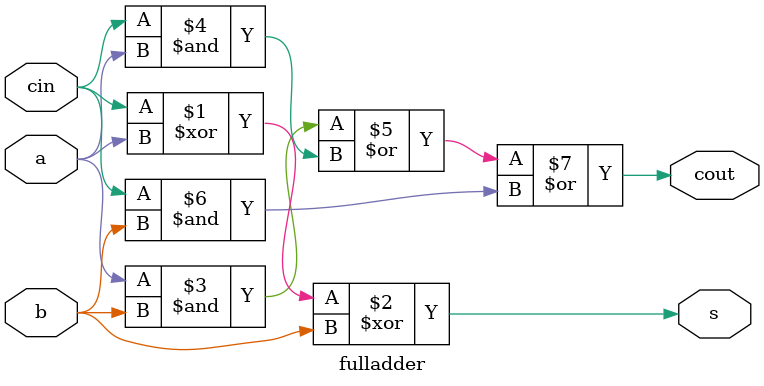
<source format=v>
module ALU_register(SW, KEY, LEDR, HEX0, HEX1, HEX2, HEX3, HEX4, HEX5);
	
	input [9:0]SW;
	input [3:0]KEY;
	
	output [7:0]LEDR;
	output [6:0]HEX0;
	output [6:0]HEX1;
	output [6:0]HEX2;
	output [6:0]HEX3;
	output [6:0]HEX4;
	output [6:0]HEX5;
	
	reg [7:0]f;
	
	wire [3:0]A, B;
	wire [2:0]s;

	reg [7:0]Q;

	assign B[3:0] =  Q[3:0];
	assign A[3:0] = SW[3:0];
	assign s[2:0] = KEY[3:1];
	assign LEDR = Q;
	
	wire c1, c2, c3, cout;
	wire w0, w1, w2, w3;
	
	fulladder M0(A[0], B[0],  0, w0, c1);
	fulladder M1(A[1], B[1], c1, w1, c2);
	fulladder M2(A[2], B[2], c2, w2, c3);
	fulladder M3(A[3], B[3], c3, w3, cout);
	
	always @(*)
	begin
		case(s)
			3'b000:
			begin
				f[0] = w0;
				f[1] = w1;
				f[2] = w2;
				f[3] = w3;
				f[4] = cout;
				f[5] = 0;
				f[6] = 0;
				f[7] = 0;
			end
			
			3'b001: f = A + B;
			
			3'b010: f = {A | B , A ^ B};	
					  
			3'b011:
			begin	
				if (A | B)
					f = 8'b00011000;
				else
					f = 8'b00000000;
			end
			
			3'b100: 
			begin
				if ((A & B) == 4'b1111)
					f = 8'b11100111;
				else
					f = 8'b00000000;
			end
			
			3'b101: f = A << B;
			
			3'b110: f = A * B;

			3'b111: f = Q;

			default: f = 8'b00000000;
			
		endcase
	end

	//register8bits B0(f, KEY[0], SW[9], Q);
	always @(posedge KEY[0])
		if(SW[9] == 0)
			Q <= 8'b00000000;
		else
			Q <= f;
	
	seg7 H0(A, HEX0);
	seg7 H4(Q[3:0], HEX4);
	seg7 H5(Q[7:4], HEX5);
	
	assign HEX1 = 7'b1000000;
	assign HEX2 = 7'b1000000;
	assign HEX3 = 7'b1000000;
	
endmodule

module register8bits(input [7:0]D, clk, resetn, output reg [7:0]Q);
	always @(posedge clk)
		if(!resetn)
			Q <= 8'b00000000;
		else
			Q <= D;
endmodule

module hex(input c3,c2,c1,c0, output f0,f1,f2,f3,f4,f5,f6);

	assign f0=(~c3&~c2&~c1&c0)|(~c3&c2&~c1&~c0)|(c3&~c2&c1&c0)|(c3&c2&~c1&c0);
	
	assign f1=(~c3&c2&~c1&c0)|(~c3&c2&c1&~c0)|(c3&~c2&c1&c0)|(c3&c2&~c1&~c0)|(c3&c2&c1&~c0)|(c3&c2&c1&c0);
	
	assign f2=(~c3&~c2&c1&~c0)|(c3&c2&~c1&~c0)|(c3&c2&c1&~c0)|(c3&c2&c1&c0);
	
	assign f3=(~c3&~c2&~c1&c0)|(~c3&c2&~c1&~c0)|(~c3&c2&c1&c0)|(c3&~c2&c1&~c0)|(c3&c2&c1&c0);
	
	assign f4=(~c3&~c2&~c1&c0)|(~c3&~c2&c1&c0)|(~c3&c2&~c1&~c0)|(~c3&c2&~c1&c0)|(~c3&c2&c1&c0)|(c3&~c2&~c1&c0);
	
	assign f5=(~c3&~c2&~c1&c0)|(~c3&~c2&c1&~c0)|(~c3&~c2&c1&c0)|(~c3&c2&c1&c0)|(c3&c2&~c1&c0);
	
	assign f6=(~c3&~c2&~c1&~c0)|(~c3&~c2&~c1&c0)|(~c3&c2&c1&c0)|(c3&c2&~c1&~c0);
	
	endmodule
	
module seg7(SW, HEX0);

	input [3:0] SW;
	output [6:0] HEX0;
	
	hex uf(.c3(SW[3]), .c2(SW[2]), .c1(SW[1]), .c0(SW[0]), .f0(HEX0[0]), .f1(HEX0[1]), .f2(HEX0[2]), .f3(HEX0[3]), .f4(HEX0[4]), .f5(HEX0[5]), .f6(HEX0[6]));
	
endmodule


module fulladder(input a,b,cin, output s,cout);

	assign s = cin ^ a ^ b; //XOR
	assign cout = (a & b)|(cin & a)|(cin & b);
	
endmodule

</source>
